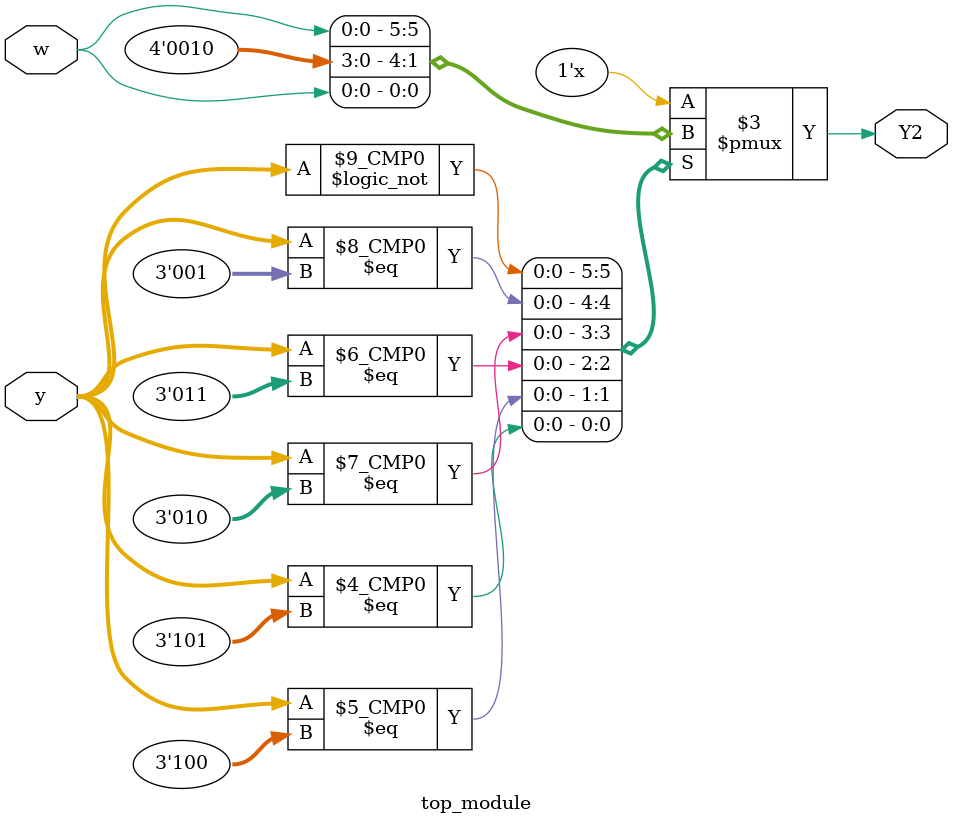
<source format=sv>
module top_module(
    input [3:1] y,
    input w,
    output reg Y2
);

always @(*) begin
    case (y)
        3'b000: Y2 = w;
        3'b001: Y2 = 1'b0;
        3'b010: Y2 = 1'b0;
        3'b011: Y2 = 1'b1;
        3'b100: Y2 = 1'b0;
        3'b101: Y2 = w;
        default: Y2 = 1'bx;
    endcase
end

endmodule

</source>
